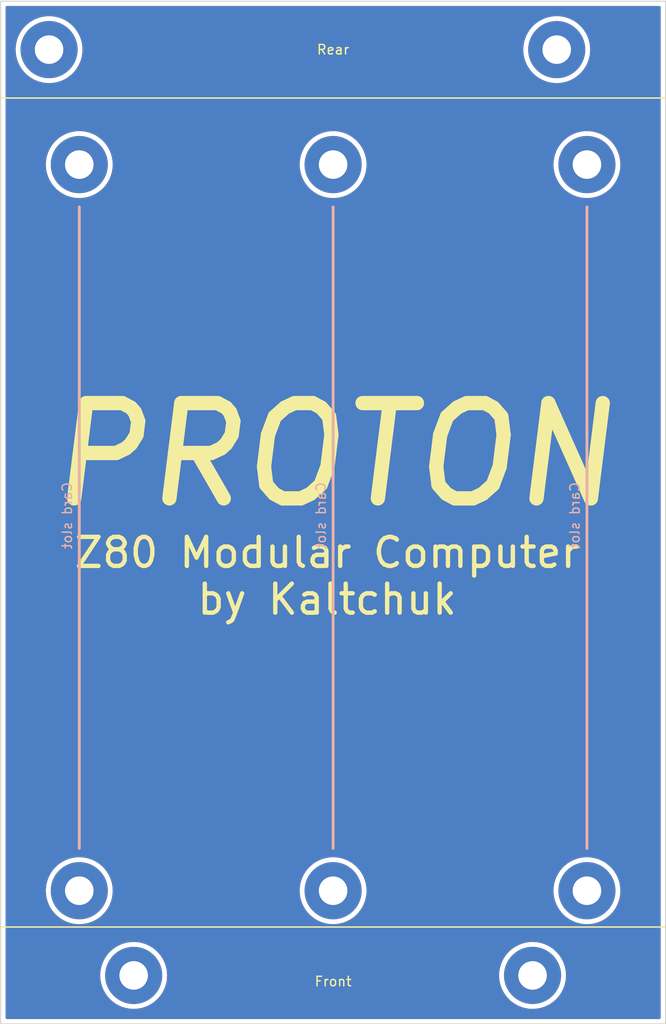
<source format=kicad_pcb>
(kicad_pcb (version 20211014) (generator pcbnew)
  (layers (0 "F.Cu" signal) (31 "B.Cu" signal) (34 "B.Paste" user) (35 "F.Paste" user) (36 "B.SilkS" user "B.Silkscreen") (37 "F.SilkS" user "F.Silkscreen") (38 "B.Mask" user) (39 "F.Mask" user) (44 "Edge.Cuts" user))
  (net 0 "")
  (footprint "MountingHole:MountingHole_3mm_Pad_TopBottom" (layer "F.Cu") (at 120.015 130.175)
    (fp_text reference "H10" hide)
    (fp_text value "MountingHole" hide)
    (pad "1" connect circle (at 0 0) (size 6 6) (layers "B.Cu" "B.Mask"))
    (pad "1" thru_hole circle (at 0 0) (size 3.4 3.4) (drill 3) (layers *.Cu *.Mask))
    (pad "1" connect circle (at 0 0) (size 6 6) (layers "F.Cu" "F.Mask"))
  )
  (footprint "MountingHole:MountingHole_3mm_Pad_TopBottom" (layer "F.Cu") (at 63.5 41.91)
    (fp_text reference "H1" hide)
    (fp_text value "MountingHole" hide)
    (pad "1" connect circle (at 0 0) (size 6 6) (layers "F.Cu" "F.Mask"))
    (pad "1" connect circle (at 0 0) (size 6 6) (layers "B.Cu" "B.Mask"))
    (pad "1" thru_hole circle (at 0 0) (size 3.4 3.4) (drill 3) (layers *.Cu *.Mask))
  )
  (footprint "MountingHole:MountingHole_3mm_Pad_TopBottom" (layer "F.Cu") (at 93.345 53.975)
    (fp_text reference "H6" hide)
    (fp_text value "MountingHole" hide)
    (pad "1" thru_hole circle (at 0 0) (size 3.4 3.4) (drill 3) (layers *.Cu *.Mask))
    (pad "1" connect circle (at 0 0) (size 6 6) (layers "F.Cu" "F.Mask"))
    (pad "1" connect circle (at 0 0) (size 6 6) (layers "B.Cu" "B.Mask"))
  )
  (footprint "MountingHole:MountingHole_3mm_Pad_TopBottom" (layer "F.Cu") (at 120.015 53.975)
    (fp_text reference "H7" hide)
    (fp_text value "MountingHole" hide)
    (pad "1" connect circle (at 0 0) (size 6 6) (layers "F.Cu" "F.Mask"))
    (pad "1" thru_hole circle (at 0 0) (size 3.4 3.4) (drill 3) (layers *.Cu *.Mask))
    (pad "1" connect circle (at 0 0) (size 6 6) (layers "B.Cu" "B.Mask"))
  )
  (footprint "MountingHole:MountingHole_3mm_Pad_TopBottom" (layer "F.Cu") (at 116.84 41.91)
    (fp_text reference "H2" hide)
    (fp_text value "MountingHole" hide)
    (pad "1" connect circle (at 0 0) (size 6 6) (layers "B.Cu" "B.Mask"))
    (pad "1" connect circle (at 0 0) (size 6 6) (layers "F.Cu" "F.Mask"))
    (pad "1" thru_hole circle (at 0 0) (size 3.4 3.4) (drill 3) (layers *.Cu *.Mask))
  )
  (footprint "MountingHole:MountingHole_3mm_Pad_TopBottom" (layer "F.Cu") (at 66.675 130.175)
    (fp_text reference "H8" hide)
    (fp_text value "MountingHole" hide)
    (pad "1" connect circle (at 0 0) (size 6 6) (layers "F.Cu" "F.Mask"))
    (pad "1" thru_hole circle (at 0 0) (size 3.4 3.4) (drill 3) (layers *.Cu *.Mask))
    (pad "1" connect circle (at 0 0) (size 6 6) (layers "B.Cu" "B.Mask"))
  )
  (footprint "MountingHole:MountingHole_3mm_Pad_TopBottom" (layer "F.Cu") (at 93.345 130.175)
    (fp_text reference "H9" hide)
    (fp_text value "MountingHole" hide)
    (pad "1" thru_hole circle (at 0 0) (size 3.4 3.4) (drill 3) (layers *.Cu *.Mask))
    (pad "1" connect circle (at 0 0) (size 6 6) (layers "F.Cu" "F.Mask"))
    (pad "1" connect circle (at 0 0) (size 6 6) (layers "B.Cu" "B.Mask"))
  )
  (footprint "MountingHole:MountingHole_3mm_Pad_TopBottom" (layer "F.Cu") (at 66.675 53.975)
    (fp_text reference "H5" hide)
    (fp_text value "MountingHole" hide)
    (pad "1" thru_hole circle (at 0 0) (size 3.4 3.4) (drill 3) (layers *.Cu *.Mask))
    (pad "1" connect circle (at 0 0) (size 6 6) (layers "F.Cu" "F.Mask"))
    (pad "1" connect circle (at 0 0) (size 6 6) (layers "B.Cu" "B.Mask"))
  )
  (footprint "MountingHole:MountingHole_3mm_Pad_TopBottom" (layer "F.Cu") (at 72.39 139.065)
    (fp_text reference "H3" hide)
    (fp_text value "MountingHole" hide)
    (pad "1" thru_hole circle (at 0 0) (size 3.4 3.4) (drill 3) (layers *.Cu *.Mask))
    (pad "1" connect circle (at 0 0) (size 6 6) (layers "B.Cu" "B.Mask"))
    (pad "1" connect circle (at 0 0) (size 6 6) (layers "F.Cu" "F.Mask"))
  )
  (footprint "MountingHole:MountingHole_3mm_Pad_TopBottom" (layer "F.Cu") (at 114.3 139.065)
    (fp_text reference "H4" hide)
    (fp_text value "MountingHole" hide)
    (pad "1" connect circle (at 0 0) (size 6 6) (layers "F.Cu" "F.Mask"))
    (pad "1" connect circle (at 0 0) (size 6 6) (layers "B.Cu" "B.Mask"))
    (pad "1" thru_hole circle (at 0 0) (size 3.4 3.4) (drill 3) (layers *.Cu *.Mask))
  )
  (gr_line (start 93.345 58.42) (end 93.345 125.73) (layer "B.SilkS") (width 0.3048))
  (gr_line (start 66.675 58.42) (end 66.675 125.73) (layer "B.SilkS") (width 0.3048))
  (gr_line (start 120.015 58.42) (end 120.015 125.73) (layer "B.SilkS") (width 0.3048))
  (gr_line (start 128.27 133.985) (end 58.42 133.985) (layer "F.SilkS") (width 0.15))
  (gr_line (start 128.27 46.99) (end 58.42 46.99) (layer "F.SilkS") (width 0.15))
  (gr_line (start 58.42 144.145) (end 58.42 36.83) (layer "Edge.Cuts") (width 0.1))
  (gr_line (start 58.42 36.83) (end 128.27 36.83) (layer "Edge.Cuts") (width 0.1))
  (gr_line (start 128.27 144.145) (end 128.27 36.83) (layer "Edge.Cuts") (width 0.1))
  (gr_line (start 58.42 144.145) (end 128.27 144.145) (layer "Edge.Cuts") (width 0.1))
  (gr_text "Card slot" (at 118.745 90.805 90) (layer "B.SilkS") (effects (font (size 1 1)) (justify mirror)))
  (gr_text "Card slot" (at 65.405 90.805 90) (layer "B.SilkS") (effects (font (size 1 1)) (justify mirror)))
  (gr_text "Card slot" (at 92.075 90.805 90) (layer "B.SilkS") (effects (font (size 1 1)) (justify mirror)))
  (gr_text "Z80 Modular Computer\nby Kaltchuk" (at 92.71 97.155) (layer "F.SilkS") (effects (font (size 3.048 3.048) (thickness 0.4572))))
  (gr_text "Front" (at 93.345 139.7) (layer "F.SilkS") (effects (font (size 1 1))))
  (gr_text "PROTON" (at 93.345 84.455) (layer "F.SilkS") (effects (font (size 10 10) (thickness 1.5) italic)))
  (gr_text "Rear" (at 93.345 41.91) (layer "F.SilkS") (effects (font (size 1 1))))
  (zone (net 0) (net_name "") (layers F&B.Cu) (connect_pads (clearance 0.508)) (min_thickness 0.254) (fill yes (thermal_gap 0.508) (thermal_bridge_width 0.508))
    (polygon (pts (xy 128.27 144.145) (xy 58.42 144.145) (xy 58.42 36.83) (xy 128.27 36.703)))
  )
)
</source>
